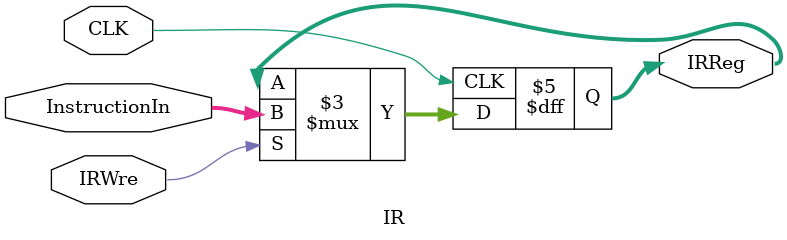
<source format=v>
`timescale 1ns / 1ps

module IR(
    input IRWre,
    input [31:0] InstructionIn,
    output reg [31:0] IRReg,
//    output reg[31:0] InstructionOut,
    input CLK
    );
    
//    reg [31:0]IR;
    
//    initial
//    begin
//        IR=0;
//    end
    
    always@(negedge CLK)
    begin
        if(IRWre==1)
        begin
              IRReg<=InstructionIn;
//            InstructionOut<=InstructionIn;
        end
        
//        else if(IRWre==0)
//        begin
//            InstructionOut<=IR;
//        end
    end
endmodule

</source>
